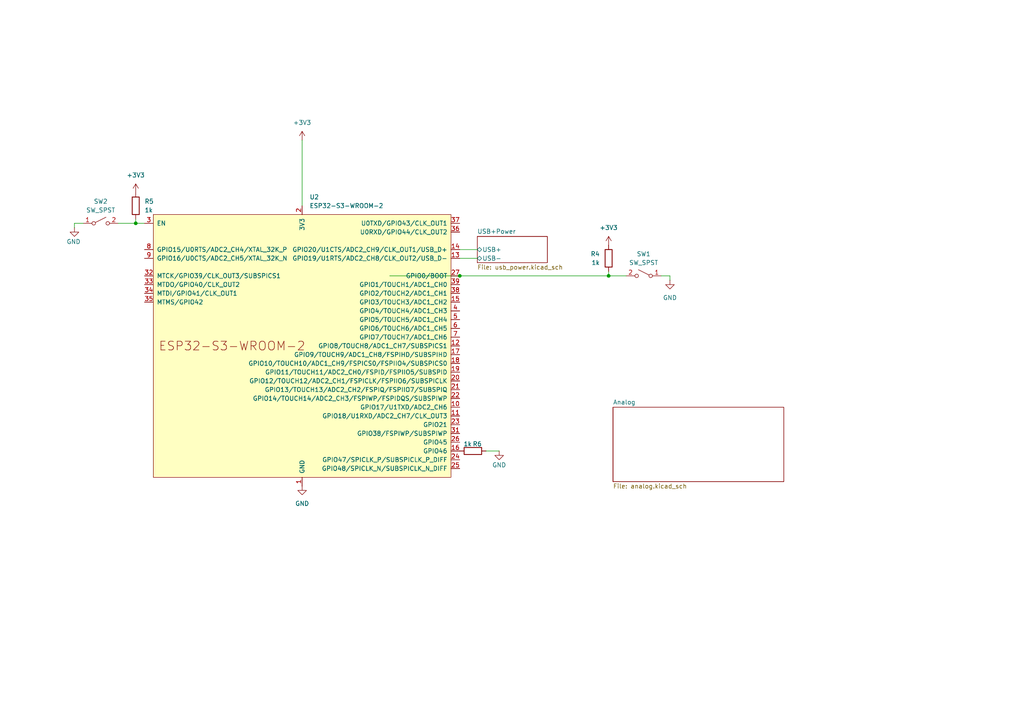
<source format=kicad_sch>
(kicad_sch (version 20250114) (generator "eeschema") (generator_version "9.0")
  (paper "A4")
  (title_block (title "LCR metr - testovací deska") (rev "rev. 1") (company "Vojtěch Glombíček") (comment 1 "VUT FEKT"))
  (lib_symbols
    (symbol "Device:R" (pin_numbers (hide yes)) (pin_names (offset 0))
      (property "Reference" "R" (at 2.032 0 90))
      (property "Value" "R" (at 0 0 90))
      (symbol "R_0_1"
        (rectangle (start -1.016 -2.54) (end 1.016 2.54) (stroke (width 0.254)))
      )
      (symbol "R_1_1"
        (pin passive line (at 0 3.81 270) (length 1.27) (name "~") (number "1"))
        (pin passive line (at 0 -3.81 90) (length 1.27) (name "~") (number "2"))
      )
    )
    (symbol "PCM_Espressif:ESP32-S3-WROOM-2" (pin_names (offset 1.016))
      (property "Reference" "U" (at -43.18 43.18 0))
      (property "Value" "ESP32-S3-WROOM-2" (at -43.18 40.64 0))
      (symbol "ESP32-S3-WROOM-2_0_0"
        (text "ESP32-S3-WROOM-2" (at -20.32 0 0) (effects (font (size 2.54 2.54))))
        (pin input line (at -45.72 35.56 0) (length 2.54) (name "EN") (number "3"))
        (pin bidirectional line (at -45.72 27.94 0) (length 2.54) (name "GPIO15/U0RTS/ADC2_CH4/XTAL_32K_P") (number "8"))
        (pin bidirectional line (at -45.72 25.4 0) (length 2.54) (name "GPIO16/U0CTS/ADC2_CH5/XTAL_32K_N") (number "9"))
        (pin bidirectional line (at -45.72 20.32 0) (length 2.54) (name "MTCK/GPIO39/CLK_OUT3/SUBSPICS1") (number "32"))
        (pin bidirectional line (at -45.72 17.78 0) (length 2.54) (name "MTDO/GPIO40/CLK_OUT2") (number "33"))
        (pin bidirectional line (at -45.72 15.24 0) (length 2.54) (name "MTDI/GPIO41/CLK_OUT1") (number "34"))
        (pin bidirectional line (at -45.72 12.7 0) (length 2.54) (name "MTMS/GPIO42") (number "35"))
        (pin no_connect line (at -43.18 -30.48 0) (length 2.54) (hide yes) (name "NC") (number "30"))
        (pin no_connect line (at -43.18 -33.02 0) (length 2.54) (hide yes) (name "NC") (number "29"))
        (pin no_connect line (at -43.18 -35.56 0) (length 2.54) (hide yes) (name "NC") (number "28"))
        (pin power_in line (at 0 40.64 270) (length 2.54) (name "3V3") (number "2"))
        (pin power_in line (at 0 -40.64 90) (length 2.54) (name "GND") (number "1"))
        (pin passive line (at 0 -40.64 90) (length 2.54) (hide yes) (name "GND") (number "40"))
        (pin passive line (at 0 -40.64 90) (length 2.54) (hide yes) (name "GND") (number "41"))
        (pin bidirectional line (at 45.72 35.56 180) (length 2.54) (name "U0TXD/GPIO43/CLK_OUT1") (number "37"))
        (pin bidirectional line (at 45.72 33.02 180) (length 2.54) (name "U0RXD/GPIO44/CLK_OUT2") (number "36"))
        (pin bidirectional line (at 45.72 27.94 180) (length 2.54) (name "GPIO20/U1CTS/ADC2_CH9/CLK_OUT1/USB_D+") (number "14"))
        (pin bidirectional line (at 45.72 25.4 180) (length 2.54) (name "GPIO19/U1RTS/ADC2_CH8/CLK_OUT2/USB_D-") (number "13"))
        (pin bidirectional line (at 45.72 20.32 180) (length 2.54) (name "GPIO0/BOOT") (number "27"))
        (pin bidirectional line (at 45.72 17.78 180) (length 2.54) (name "GPIO1/TOUCH1/ADC1_CH0") (number "39"))
        (pin bidirectional line (at 45.72 15.24 180) (length 2.54) (name "GPIO2/TOUCH2/ADC1_CH1") (number "38"))
        (pin bidirectional line (at 45.72 12.7 180) (length 2.54) (name "GPIO3/TOUCH3/ADC1_CH2") (number "15"))
        (pin bidirectional line (at 45.72 10.16 180) (length 2.54) (name "GPIO4/TOUCH4/ADC1_CH3") (number "4"))
        (pin bidirectional line (at 45.72 7.62 180) (length 2.54) (name "GPIO5/TOUCH5/ADC1_CH4") (number "5"))
        (pin bidirectional line (at 45.72 5.08 180) (length 2.54) (name "GPIO6/TOUCH6/ADC1_CH5") (number "6"))
        (pin bidirectional line (at 45.72 2.54 180) (length 2.54) (name "GPIO7/TOUCH7/ADC1_CH6") (number "7"))
        (pin bidirectional line (at 45.72 0 180) (length 2.54) (name "GPIO8/TOUCH8/ADC1_CH7/SUBSPICS1") (number "12"))
        (pin bidirectional line (at 45.72 -2.54 180) (length 2.54) (name "GPIO9/TOUCH9/ADC1_CH8/FSPIHD/SUBSPIHD") (number "17"))
        (pin bidirectional line (at 45.72 -5.08 180) (length 2.54) (name "GPIO10/TOUCH10/ADC1_CH9/FSPICS0/FSPIIO4/SUBSPICS0") (number "18"))
        (pin bidirectional line (at 45.72 -7.62 180) (length 2.54) (name "GPIO11/TOUCH11/ADC2_CH0/FSPID/FSPIIO5/SUBSPID") (number "19"))
        (pin bidirectional line (at 45.72 -10.16 180) (length 2.54) (name "GPIO12/TOUCH12/ADC2_CH1/FSPICLK/FSPIIO6/SUBSPICLK") (number "20"))
        (pin bidirectional line (at 45.72 -12.7 180) (length 2.54) (name "GPIO13/TOUCH13/ADC2_CH2/FSPIQ/FSPIIO7/SUBSPIQ") (number "21"))
        (pin bidirectional line (at 45.72 -15.24 180) (length 2.54) (name "GPIO14/TOUCH14/ADC2_CH3/FSPIWP/FSPIDQS/SUBSPIWP") (number "22"))
        (pin bidirectional line (at 45.72 -17.78 180) (length 2.54) (name "GPIO17/U1TXD/ADC2_CH6") (number "10"))
        (pin bidirectional line (at 45.72 -20.32 180) (length 2.54) (name "GPIO18/U1RXD/ADC2_CH7/CLK_OUT3") (number "11"))
        (pin bidirectional line (at 45.72 -22.86 180) (length 2.54) (name "GPIO21") (number "23"))
        (pin bidirectional line (at 45.72 -25.4 180) (length 2.54) (name "GPIO38/FSPIWP/SUBSPIWP") (number "31"))
        (pin bidirectional line (at 45.72 -27.94 180) (length 2.54) (name "GPIO45") (number "26"))
        (pin bidirectional line (at 45.72 -30.48 180) (length 2.54) (name "GPIO46") (number "16"))
        (pin bidirectional line (at 45.72 -33.02 180) (length 2.54) (name "GPIO47/SPICLK_P/SUBSPICLK_P_DIFF") (number "24"))
        (pin bidirectional line (at 45.72 -35.56 180) (length 2.54) (name "GPIO48/SPICLK_N/SUBSPICLK_N_DIFF") (number "25"))
      )
      (symbol "ESP32-S3-WROOM-2_0_1"
        (rectangle (start -43.18 38.1) (end 43.18 -38.1) (fill (type background)))
      )
    )
    (symbol "Switch:SW_SPST" (pin_names (offset 0) (hide yes))
      (property "Reference" "SW" (at 0 3.175 0))
      (property "Value" "SW_SPST" (at 0 -2.54 0))
      (symbol "SW_SPST_0_0"
        (circle (center -2.032 0) (radius 0.508))
        (polyline (pts (xy -1.524 0.254) (xy 1.524 1.778)))
        (circle (center 2.032 0) (radius 0.508))
      )
      (symbol "SW_SPST_1_1"
        (pin passive line (at -5.08 0 0) (length 2.54) (name "A") (number "1"))
        (pin passive line (at 5.08 0 180) (length 2.54) (name "B") (number "2"))
      )
    )
    (symbol "power:+3V3" (power) (pin_numbers (hide yes)) (pin_names (offset 0) (hide yes))
      (property "Value" "+3V3" (at 0 3.556 0))
      (symbol "+3V3_0_1"
        (polyline (pts (xy -0.762 1.27) (xy 0 2.54)))
        (polyline (pts (xy 0 2.54) (xy 0.762 1.27)))
        (polyline (pts (xy 0 0) (xy 0 2.54)))
      )
      (symbol "+3V3_1_1"
        (pin power_in line (at 0 0 90) (length 0) (name "~") (number "1"))
      )
    )
    (symbol "power:GND" (power) (pin_numbers (hide yes)) (pin_names (offset 0) (hide yes))
      (property "Value" "GND" (at 0 -3.81 0))
      (symbol "GND_0_1"
        (polyline (pts (xy 0 0) (xy 0 -1.27) (xy 1.27 -1.27) (xy 0 -2.54) (xy -1.27 -1.27) (xy 0 -1.27)))
      )
      (symbol "GND_1_1"
        (pin power_in line (at 0 0 270) (length 0) (name "~") (number "1"))
      )
    )
  )
  (bus_alias "I2C" (members "SCL" "SDA"))
  (bus_alias "SPI" (members "~{CS}" "CLK" "MOSI" "MISO"))
  (bus_alias "UART" (members "TX" "RX" "CTS" "RTS"))
  (bus_alias "USB" (members "D+" "D-"))
  (junction (at 176.53 80.01))
  (junction (at 133.35 80.01))
  (junction (at 39.37 64.77))
  (wire (pts (xy 113.03 80.01) (xy 133.35 80.01)))
  (wire (pts (xy 194.31 80.01) (xy 194.31 81.28)))
  (wire (pts (xy 21.59 66.04) (xy 21.59 64.77)))
  (wire (pts (xy 87.63 40.64) (xy 87.63 59.69)))
  (wire (pts (xy 176.53 78.74) (xy 176.53 80.01)))
  (wire (pts (xy 194.31 80.01) (xy 191.77 80.01)))
  (wire (pts (xy 133.35 74.93) (xy 138.43 74.93)))
  (wire (pts (xy 21.59 64.77) (xy 24.13 64.77)))
  (wire (pts (xy 133.35 80.01) (xy 176.53 80.01)))
  (wire (pts (xy 133.35 72.39) (xy 138.43 72.39)))
  (wire (pts (xy 39.37 63.5) (xy 39.37 64.77)))
  (wire (pts (xy 39.37 64.77) (xy 41.91 64.77)))
  (wire (pts (xy 34.29 64.77) (xy 39.37 64.77)))
  (wire (pts (xy 181.61 80.01) (xy 176.53 80.01)))
  (wire (pts (xy 144.78 130.81) (xy 140.97 130.81)))
  (symbol (lib_id "power:+3V3") (at 87.63 40.64 0) (unit 1)
    (property "Reference" "#PWR02" (effects (hide yes)))
    (property "Value" "+3V3" (at 87.63 35.56 0))
    (property "Description" "Power symbol creates a global label with name \"+3V3\"" (effects (hide yes)))
  )
  (symbol (lib_id "power:GND") (at 87.63 140.97 0) (unit 1)
    (property "Reference" "#PWR01" (effects (hide yes)))
    (property "Value" "GND" (at 87.63 146.05 0))
    (property "Description" "Power symbol creates a global label with name \"GND\" , ground" (effects (hide yes)))
  )
  (symbol (lib_id "PCM_Espressif:ESP32-S3-WROOM-2") (at 87.63 100.33 0) (unit 1)
    (property "Reference" "U2" (at 89.7733 57.15 0) (effects (justify left)))
    (property "Value" "ESP32-S3-WROOM-2" (at 89.7733 59.69 0) (effects (justify left)))
    (property "Footprint" "PCM_Espressif:ESP32-S3-WROOM-2" (effects (hide yes)))
    (property "Datasheet" "https://www.espressif.com/sites/default/files/documentation/esp32-s3-wroom-2_datasheet_en.pdf" (effects (hide yes)))
    (property "Description" "2.4 GHz WiFi (802.11 b/g/n) and Bluetooth ® 5 (LE) module Built around ESP32S3 series of SoCs, Xtensa ® dualcore 32bit LX7 microprocessor Flash up to 16 MB, PSRAM up to 8 MB 36 GPIOs, rich set of peripherals Onboard PCB antenna" (effects (hide yes)))
  )
  (symbol (lib_id "power:+3V3") (at 39.37 55.88 0) (unit 1)
    (property "Reference" "#PWR020" (effects (hide yes)))
    (property "Value" "+3V3" (at 39.37 50.8 0))
    (property "Description" "Power symbol creates a global label with name \"+3V3\"" (effects (hide yes)))
  )
  (symbol (lib_id "Switch:SW_SPST") (at 29.21 64.77 0) (unit 1)
    (property "Reference" "SW2" (at 29.21 58.42 0))
    (property "Value" "SW_SPST" (at 29.21 60.96 0))
    (property "Footprint" "Button_Switch_SMD:SW_SPST_CK_RS282G05A3" (effects (hide yes)))
    (property "Description" "Single Pole Single Throw (SPST) switch" (effects (hide yes)))
  )
  (symbol (lib_id "Switch:SW_SPST") (at 186.69 80.01 0) (mirror y) (unit 1)
    (property "Reference" "SW1" (at 186.69 73.66 0))
    (property "Value" "SW_SPST" (at 186.69 76.2 0))
    (property "Footprint" "Button_Switch_SMD:SW_SPST_CK_RS282G05A3" (effects (hide yes)))
    (property "Description" "Single Pole Single Throw (SPST) switch" (effects (hide yes)))
  )
  (symbol (lib_id "Device:R") (at 176.53 74.93 0) (mirror y) (unit 1)
    (property "Reference" "R4" (at 173.99 73.6599 0) (effects (justify left)))
    (property "Value" "1k" (at 173.99 76.1999 0) (effects (justify left)))
    (property "Footprint" "Resistor_SMD:R_0603_1608Metric_Pad0.98x0.95mm_HandSolder" (effects (hide yes)))
    (property "Description" "Resistor" (effects (hide yes)))
  )
  (symbol (lib_id "power:GND") (at 21.59 66.04 0) (unit 1)
    (property "Reference" "#PWR021" (effects (hide yes)))
    (property "Value" "GND" (at 21.336 70.104 0))
    (property "Description" "Power symbol creates a global label with name \"GND\" , ground" (effects (hide yes)))
  )
  (symbol (lib_id "Device:R") (at 137.16 130.81 270) (mirror x) (unit 1)
    (property "Reference" "R6" (at 138.43 128.778 90))
    (property "Value" "1k" (at 135.636 128.778 90))
    (property "Footprint" "Resistor_SMD:R_0603_1608Metric_Pad0.98x0.95mm_HandSolder" (effects (hide yes)))
    (property "Description" "Resistor" (effects (hide yes)))
  )
  (symbol (lib_id "Device:R") (at 39.37 59.69 0) (unit 1)
    (property "Reference" "R5" (at 41.91 58.4199 0) (effects (justify left)))
    (property "Value" "1k" (at 41.91 60.9599 0) (effects (justify left)))
    (property "Footprint" "Resistor_SMD:R_0603_1608Metric_Pad0.98x0.95mm_HandSolder" (effects (hide yes)))
    (property "Description" "Resistor" (effects (hide yes)))
  )
  (symbol (lib_id "power:+3V3") (at 176.53 71.12 0) (mirror y) (unit 1)
    (property "Reference" "#PWR024" (effects (hide yes)))
    (property "Value" "+3V3" (at 176.53 66.04 0))
    (property "Description" "Power symbol creates a global label with name \"+3V3\"" (effects (hide yes)))
  )
  (symbol (lib_id "power:GND") (at 144.78 130.81 0) (mirror y) (unit 1)
    (property "Reference" "#PWR022" (effects (hide yes)))
    (property "Value" "GND" (at 144.78 134.874 0))
    (property "Description" "Power symbol creates a global label with name \"GND\" , ground" (effects (hide yes)))
  )
  (symbol (lib_id "power:GND") (at 194.31 81.28 0) (mirror y) (unit 1)
    (property "Reference" "#PWR023" (effects (hide yes)))
    (property "Value" "GND" (at 194.31 86.36 0))
    (property "Description" "Power symbol creates a global label with name \"GND\" , ground" (effects (hide yes)))
  )
  (sheet (at 177.8 118.11) (size 49.53 21.59) (stroke (width 0.1524))
    (property "Sheetname" "Analog" (at 177.8 117.3984 0) (effects (justify left bottom)))
    (property "Sheetfile" "analog.kicad_sch" (at 177.8 140.2846 0) (effects (justify left top)))
  )
  (sheet (at 138.43 68.58) (size 20.32 7.62) (stroke (width 0.1524))
    (property "Sheetname" "USB+Power" (at 138.43 67.8684 0) (effects (justify left bottom)))
    (property "Sheetfile" "usb_power.kicad_sch" (at 138.43 76.7846 0) (effects (justify left top)))
    (pin "USB+" bidirectional (at 138.43 72.39 180))
    (pin "USB-" bidirectional (at 138.43 74.93 180))
  )
)
</source>
